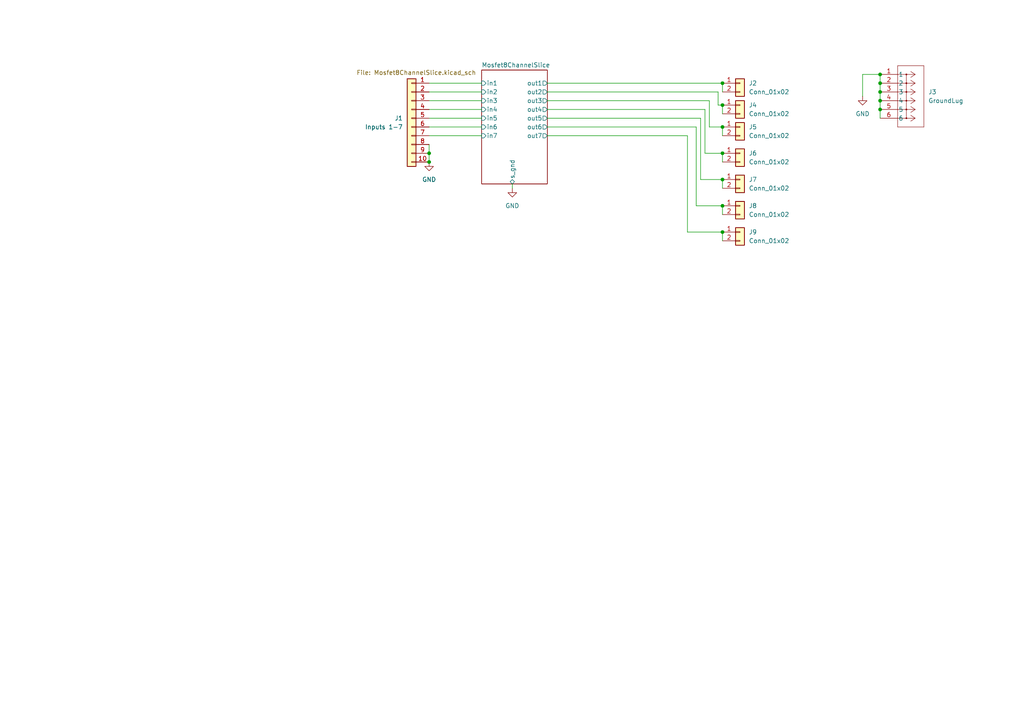
<source format=kicad_sch>
(kicad_sch
	(version 20250114)
	(generator "eeschema")
	(generator_version "9.0")
	(uuid "c071c3dc-fcf2-4a9c-93d2-4680c1b7cb2f")
	(paper "A4")
	(lib_symbols
		(symbol "Connector_Generic:Conn_01x02"
			(pin_names
				(offset 1.016)
				(hide yes)
			)
			(exclude_from_sim no)
			(in_bom yes)
			(on_board yes)
			(property "Reference" "J"
				(at 0 2.54 0)
				(effects
					(font
						(size 1.27 1.27)
					)
				)
			)
			(property "Value" "Conn_01x02"
				(at 0 -5.08 0)
				(effects
					(font
						(size 1.27 1.27)
					)
				)
			)
			(property "Footprint" ""
				(at 0 0 0)
				(effects
					(font
						(size 1.27 1.27)
					)
					(hide yes)
				)
			)
			(property "Datasheet" "~"
				(at 0 0 0)
				(effects
					(font
						(size 1.27 1.27)
					)
					(hide yes)
				)
			)
			(property "Description" "Generic connector, single row, 01x02, script generated (kicad-library-utils/schlib/autogen/connector/)"
				(at 0 0 0)
				(effects
					(font
						(size 1.27 1.27)
					)
					(hide yes)
				)
			)
			(property "ki_keywords" "connector"
				(at 0 0 0)
				(effects
					(font
						(size 1.27 1.27)
					)
					(hide yes)
				)
			)
			(property "ki_fp_filters" "Connector*:*_1x??_*"
				(at 0 0 0)
				(effects
					(font
						(size 1.27 1.27)
					)
					(hide yes)
				)
			)
			(symbol "Conn_01x02_1_1"
				(rectangle
					(start -1.27 1.27)
					(end 1.27 -3.81)
					(stroke
						(width 0.254)
						(type default)
					)
					(fill
						(type background)
					)
				)
				(rectangle
					(start -1.27 0.127)
					(end 0 -0.127)
					(stroke
						(width 0.1524)
						(type default)
					)
					(fill
						(type none)
					)
				)
				(rectangle
					(start -1.27 -2.413)
					(end 0 -2.667)
					(stroke
						(width 0.1524)
						(type default)
					)
					(fill
						(type none)
					)
				)
				(pin passive line
					(at -5.08 0 0)
					(length 3.81)
					(name "Pin_1"
						(effects
							(font
								(size 1.27 1.27)
							)
						)
					)
					(number "1"
						(effects
							(font
								(size 1.27 1.27)
							)
						)
					)
				)
				(pin passive line
					(at -5.08 -2.54 0)
					(length 3.81)
					(name "Pin_2"
						(effects
							(font
								(size 1.27 1.27)
							)
						)
					)
					(number "2"
						(effects
							(font
								(size 1.27 1.27)
							)
						)
					)
				)
			)
			(embedded_fonts no)
		)
		(symbol "Connector_Generic:Conn_01x10"
			(pin_names
				(offset 1.016)
				(hide yes)
			)
			(exclude_from_sim no)
			(in_bom yes)
			(on_board yes)
			(property "Reference" "J"
				(at 0 12.7 0)
				(effects
					(font
						(size 1.27 1.27)
					)
				)
			)
			(property "Value" "Conn_01x10"
				(at 0 -15.24 0)
				(effects
					(font
						(size 1.27 1.27)
					)
				)
			)
			(property "Footprint" ""
				(at 0 0 0)
				(effects
					(font
						(size 1.27 1.27)
					)
					(hide yes)
				)
			)
			(property "Datasheet" "~"
				(at 0 0 0)
				(effects
					(font
						(size 1.27 1.27)
					)
					(hide yes)
				)
			)
			(property "Description" "Generic connector, single row, 01x10, script generated (kicad-library-utils/schlib/autogen/connector/)"
				(at 0 0 0)
				(effects
					(font
						(size 1.27 1.27)
					)
					(hide yes)
				)
			)
			(property "ki_keywords" "connector"
				(at 0 0 0)
				(effects
					(font
						(size 1.27 1.27)
					)
					(hide yes)
				)
			)
			(property "ki_fp_filters" "Connector*:*_1x??_*"
				(at 0 0 0)
				(effects
					(font
						(size 1.27 1.27)
					)
					(hide yes)
				)
			)
			(symbol "Conn_01x10_1_1"
				(rectangle
					(start -1.27 11.43)
					(end 1.27 -13.97)
					(stroke
						(width 0.254)
						(type default)
					)
					(fill
						(type background)
					)
				)
				(rectangle
					(start -1.27 10.287)
					(end 0 10.033)
					(stroke
						(width 0.1524)
						(type default)
					)
					(fill
						(type none)
					)
				)
				(rectangle
					(start -1.27 7.747)
					(end 0 7.493)
					(stroke
						(width 0.1524)
						(type default)
					)
					(fill
						(type none)
					)
				)
				(rectangle
					(start -1.27 5.207)
					(end 0 4.953)
					(stroke
						(width 0.1524)
						(type default)
					)
					(fill
						(type none)
					)
				)
				(rectangle
					(start -1.27 2.667)
					(end 0 2.413)
					(stroke
						(width 0.1524)
						(type default)
					)
					(fill
						(type none)
					)
				)
				(rectangle
					(start -1.27 0.127)
					(end 0 -0.127)
					(stroke
						(width 0.1524)
						(type default)
					)
					(fill
						(type none)
					)
				)
				(rectangle
					(start -1.27 -2.413)
					(end 0 -2.667)
					(stroke
						(width 0.1524)
						(type default)
					)
					(fill
						(type none)
					)
				)
				(rectangle
					(start -1.27 -4.953)
					(end 0 -5.207)
					(stroke
						(width 0.1524)
						(type default)
					)
					(fill
						(type none)
					)
				)
				(rectangle
					(start -1.27 -7.493)
					(end 0 -7.747)
					(stroke
						(width 0.1524)
						(type default)
					)
					(fill
						(type none)
					)
				)
				(rectangle
					(start -1.27 -10.033)
					(end 0 -10.287)
					(stroke
						(width 0.1524)
						(type default)
					)
					(fill
						(type none)
					)
				)
				(rectangle
					(start -1.27 -12.573)
					(end 0 -12.827)
					(stroke
						(width 0.1524)
						(type default)
					)
					(fill
						(type none)
					)
				)
				(pin passive line
					(at -5.08 10.16 0)
					(length 3.81)
					(name "Pin_1"
						(effects
							(font
								(size 1.27 1.27)
							)
						)
					)
					(number "1"
						(effects
							(font
								(size 1.27 1.27)
							)
						)
					)
				)
				(pin passive line
					(at -5.08 7.62 0)
					(length 3.81)
					(name "Pin_2"
						(effects
							(font
								(size 1.27 1.27)
							)
						)
					)
					(number "2"
						(effects
							(font
								(size 1.27 1.27)
							)
						)
					)
				)
				(pin passive line
					(at -5.08 5.08 0)
					(length 3.81)
					(name "Pin_3"
						(effects
							(font
								(size 1.27 1.27)
							)
						)
					)
					(number "3"
						(effects
							(font
								(size 1.27 1.27)
							)
						)
					)
				)
				(pin passive line
					(at -5.08 2.54 0)
					(length 3.81)
					(name "Pin_4"
						(effects
							(font
								(size 1.27 1.27)
							)
						)
					)
					(number "4"
						(effects
							(font
								(size 1.27 1.27)
							)
						)
					)
				)
				(pin passive line
					(at -5.08 0 0)
					(length 3.81)
					(name "Pin_5"
						(effects
							(font
								(size 1.27 1.27)
							)
						)
					)
					(number "5"
						(effects
							(font
								(size 1.27 1.27)
							)
						)
					)
				)
				(pin passive line
					(at -5.08 -2.54 0)
					(length 3.81)
					(name "Pin_6"
						(effects
							(font
								(size 1.27 1.27)
							)
						)
					)
					(number "6"
						(effects
							(font
								(size 1.27 1.27)
							)
						)
					)
				)
				(pin passive line
					(at -5.08 -5.08 0)
					(length 3.81)
					(name "Pin_7"
						(effects
							(font
								(size 1.27 1.27)
							)
						)
					)
					(number "7"
						(effects
							(font
								(size 1.27 1.27)
							)
						)
					)
				)
				(pin passive line
					(at -5.08 -7.62 0)
					(length 3.81)
					(name "Pin_8"
						(effects
							(font
								(size 1.27 1.27)
							)
						)
					)
					(number "8"
						(effects
							(font
								(size 1.27 1.27)
							)
						)
					)
				)
				(pin passive line
					(at -5.08 -10.16 0)
					(length 3.81)
					(name "Pin_9"
						(effects
							(font
								(size 1.27 1.27)
							)
						)
					)
					(number "9"
						(effects
							(font
								(size 1.27 1.27)
							)
						)
					)
				)
				(pin passive line
					(at -5.08 -12.7 0)
					(length 3.81)
					(name "Pin_10"
						(effects
							(font
								(size 1.27 1.27)
							)
						)
					)
					(number "10"
						(effects
							(font
								(size 1.27 1.27)
							)
						)
					)
				)
			)
			(embedded_fonts no)
		)
		(symbol "UL 8199:8199"
			(pin_names
				(offset 0.254)
			)
			(exclude_from_sim no)
			(in_bom yes)
			(on_board yes)
			(property "Reference" "J"
				(at 8.89 6.35 0)
				(effects
					(font
						(size 1.524 1.524)
					)
				)
			)
			(property "Value" "8199"
				(at 0 0 0)
				(effects
					(font
						(size 1.524 1.524)
					)
				)
			)
			(property "Footprint" "CONN_8199_KEY"
				(at 0 0 0)
				(effects
					(font
						(size 1.27 1.27)
						(italic yes)
					)
					(hide yes)
				)
			)
			(property "Datasheet" "8199"
				(at 0 0 0)
				(effects
					(font
						(size 1.27 1.27)
						(italic yes)
					)
					(hide yes)
				)
			)
			(property "Description" ""
				(at 0 0 0)
				(effects
					(font
						(size 1.27 1.27)
					)
					(hide yes)
				)
			)
			(property "ki_locked" ""
				(at 0 0 0)
				(effects
					(font
						(size 1.27 1.27)
					)
				)
			)
			(property "ki_keywords" "8199"
				(at 0 0 0)
				(effects
					(font
						(size 1.27 1.27)
					)
					(hide yes)
				)
			)
			(property "ki_fp_filters" "CONN_8199_KEY"
				(at 0 0 0)
				(effects
					(font
						(size 1.27 1.27)
					)
					(hide yes)
				)
			)
			(symbol "8199_1_1"
				(polyline
					(pts
						(xy 5.08 2.54) (xy 5.08 -15.24)
					)
					(stroke
						(width 0.127)
						(type default)
					)
					(fill
						(type none)
					)
				)
				(polyline
					(pts
						(xy 5.08 -15.24) (xy 12.7 -15.24)
					)
					(stroke
						(width 0.127)
						(type default)
					)
					(fill
						(type none)
					)
				)
				(polyline
					(pts
						(xy 7.62 0) (xy 7.62 -12.7)
					)
					(stroke
						(width 0.127)
						(type default)
					)
					(fill
						(type none)
					)
				)
				(circle
					(center 7.62 0)
					(radius 0.127)
					(stroke
						(width 0.254)
						(type default)
					)
					(fill
						(type none)
					)
				)
				(circle
					(center 7.62 -2.54)
					(radius 0.127)
					(stroke
						(width 0.254)
						(type default)
					)
					(fill
						(type none)
					)
				)
				(circle
					(center 7.62 -5.08)
					(radius 0.127)
					(stroke
						(width 0.254)
						(type default)
					)
					(fill
						(type none)
					)
				)
				(circle
					(center 7.62 -7.62)
					(radius 0.127)
					(stroke
						(width 0.254)
						(type default)
					)
					(fill
						(type none)
					)
				)
				(circle
					(center 7.62 -10.16)
					(radius 0.127)
					(stroke
						(width 0.254)
						(type default)
					)
					(fill
						(type none)
					)
				)
				(circle
					(center 7.62 -12.7)
					(radius 0.127)
					(stroke
						(width 0.254)
						(type default)
					)
					(fill
						(type none)
					)
				)
				(polyline
					(pts
						(xy 10.16 0) (xy 5.08 0)
					)
					(stroke
						(width 0.127)
						(type default)
					)
					(fill
						(type none)
					)
				)
				(polyline
					(pts
						(xy 10.16 0) (xy 8.89 0.8467)
					)
					(stroke
						(width 0.127)
						(type default)
					)
					(fill
						(type none)
					)
				)
				(polyline
					(pts
						(xy 10.16 0) (xy 8.89 -0.8467)
					)
					(stroke
						(width 0.127)
						(type default)
					)
					(fill
						(type none)
					)
				)
				(polyline
					(pts
						(xy 10.16 -2.54) (xy 5.08 -2.54)
					)
					(stroke
						(width 0.127)
						(type default)
					)
					(fill
						(type none)
					)
				)
				(polyline
					(pts
						(xy 10.16 -2.54) (xy 8.89 -1.6933)
					)
					(stroke
						(width 0.127)
						(type default)
					)
					(fill
						(type none)
					)
				)
				(polyline
					(pts
						(xy 10.16 -2.54) (xy 8.89 -3.3867)
					)
					(stroke
						(width 0.127)
						(type default)
					)
					(fill
						(type none)
					)
				)
				(polyline
					(pts
						(xy 10.16 -5.08) (xy 5.08 -5.08)
					)
					(stroke
						(width 0.127)
						(type default)
					)
					(fill
						(type none)
					)
				)
				(polyline
					(pts
						(xy 10.16 -5.08) (xy 8.89 -4.2333)
					)
					(stroke
						(width 0.127)
						(type default)
					)
					(fill
						(type none)
					)
				)
				(polyline
					(pts
						(xy 10.16 -5.08) (xy 8.89 -5.9267)
					)
					(stroke
						(width 0.127)
						(type default)
					)
					(fill
						(type none)
					)
				)
				(polyline
					(pts
						(xy 10.16 -7.62) (xy 5.08 -7.62)
					)
					(stroke
						(width 0.127)
						(type default)
					)
					(fill
						(type none)
					)
				)
				(polyline
					(pts
						(xy 10.16 -7.62) (xy 8.89 -6.7733)
					)
					(stroke
						(width 0.127)
						(type default)
					)
					(fill
						(type none)
					)
				)
				(polyline
					(pts
						(xy 10.16 -7.62) (xy 8.89 -8.4667)
					)
					(stroke
						(width 0.127)
						(type default)
					)
					(fill
						(type none)
					)
				)
				(polyline
					(pts
						(xy 10.16 -10.16) (xy 5.08 -10.16)
					)
					(stroke
						(width 0.127)
						(type default)
					)
					(fill
						(type none)
					)
				)
				(polyline
					(pts
						(xy 10.16 -10.16) (xy 8.89 -9.3133)
					)
					(stroke
						(width 0.127)
						(type default)
					)
					(fill
						(type none)
					)
				)
				(polyline
					(pts
						(xy 10.16 -10.16) (xy 8.89 -11.0067)
					)
					(stroke
						(width 0.127)
						(type default)
					)
					(fill
						(type none)
					)
				)
				(polyline
					(pts
						(xy 10.16 -12.7) (xy 5.08 -12.7)
					)
					(stroke
						(width 0.127)
						(type default)
					)
					(fill
						(type none)
					)
				)
				(polyline
					(pts
						(xy 10.16 -12.7) (xy 8.89 -11.8533)
					)
					(stroke
						(width 0.127)
						(type default)
					)
					(fill
						(type none)
					)
				)
				(polyline
					(pts
						(xy 10.16 -12.7) (xy 8.89 -13.5467)
					)
					(stroke
						(width 0.127)
						(type default)
					)
					(fill
						(type none)
					)
				)
				(polyline
					(pts
						(xy 12.7 2.54) (xy 5.08 2.54)
					)
					(stroke
						(width 0.127)
						(type default)
					)
					(fill
						(type none)
					)
				)
				(polyline
					(pts
						(xy 12.7 -15.24) (xy 12.7 2.54)
					)
					(stroke
						(width 0.127)
						(type default)
					)
					(fill
						(type none)
					)
				)
				(pin unspecified line
					(at 0 0 0)
					(length 5.08)
					(name "1"
						(effects
							(font
								(size 1.27 1.27)
							)
						)
					)
					(number "1"
						(effects
							(font
								(size 1.27 1.27)
							)
						)
					)
				)
				(pin unspecified line
					(at 0 -2.54 0)
					(length 5.08)
					(name "2"
						(effects
							(font
								(size 1.27 1.27)
							)
						)
					)
					(number "2"
						(effects
							(font
								(size 1.27 1.27)
							)
						)
					)
				)
				(pin unspecified line
					(at 0 -5.08 0)
					(length 5.08)
					(name "3"
						(effects
							(font
								(size 1.27 1.27)
							)
						)
					)
					(number "3"
						(effects
							(font
								(size 1.27 1.27)
							)
						)
					)
				)
				(pin unspecified line
					(at 0 -7.62 0)
					(length 5.08)
					(name "4"
						(effects
							(font
								(size 1.27 1.27)
							)
						)
					)
					(number "4"
						(effects
							(font
								(size 1.27 1.27)
							)
						)
					)
				)
				(pin unspecified line
					(at 0 -10.16 0)
					(length 5.08)
					(name "5"
						(effects
							(font
								(size 1.27 1.27)
							)
						)
					)
					(number "5"
						(effects
							(font
								(size 1.27 1.27)
							)
						)
					)
				)
				(pin unspecified line
					(at 0 -12.7 0)
					(length 5.08)
					(name "6"
						(effects
							(font
								(size 1.27 1.27)
							)
						)
					)
					(number "6"
						(effects
							(font
								(size 1.27 1.27)
							)
						)
					)
				)
			)
			(symbol "8199_1_2"
				(polyline
					(pts
						(xy 5.08 2.54) (xy 5.08 -15.24)
					)
					(stroke
						(width 0.127)
						(type default)
					)
					(fill
						(type none)
					)
				)
				(polyline
					(pts
						(xy 5.08 -15.24) (xy 12.7 -15.24)
					)
					(stroke
						(width 0.127)
						(type default)
					)
					(fill
						(type none)
					)
				)
				(polyline
					(pts
						(xy 6.35 0) (xy 6.35 -12.7)
					)
					(stroke
						(width 0.127)
						(type default)
					)
					(fill
						(type none)
					)
				)
				(circle
					(center 6.35 0)
					(radius 0.127)
					(stroke
						(width 0.254)
						(type default)
					)
					(fill
						(type none)
					)
				)
				(circle
					(center 6.35 -2.54)
					(radius 0.127)
					(stroke
						(width 0.254)
						(type default)
					)
					(fill
						(type none)
					)
				)
				(circle
					(center 6.35 -5.08)
					(radius 0.127)
					(stroke
						(width 0.254)
						(type default)
					)
					(fill
						(type none)
					)
				)
				(circle
					(center 6.35 -7.62)
					(radius 0.127)
					(stroke
						(width 0.254)
						(type default)
					)
					(fill
						(type none)
					)
				)
				(circle
					(center 6.35 -10.16)
					(radius 0.127)
					(stroke
						(width 0.254)
						(type default)
					)
					(fill
						(type none)
					)
				)
				(circle
					(center 6.35 -12.7)
					(radius 0.127)
					(stroke
						(width 0.254)
						(type default)
					)
					(fill
						(type none)
					)
				)
				(polyline
					(pts
						(xy 7.62 0) (xy 5.08 0)
					)
					(stroke
						(width 0.127)
						(type default)
					)
					(fill
						(type none)
					)
				)
				(polyline
					(pts
						(xy 7.62 0) (xy 8.89 0.8467)
					)
					(stroke
						(width 0.127)
						(type default)
					)
					(fill
						(type none)
					)
				)
				(polyline
					(pts
						(xy 7.62 0) (xy 8.89 -0.8467)
					)
					(stroke
						(width 0.127)
						(type default)
					)
					(fill
						(type none)
					)
				)
				(polyline
					(pts
						(xy 7.62 -2.54) (xy 5.08 -2.54)
					)
					(stroke
						(width 0.127)
						(type default)
					)
					(fill
						(type none)
					)
				)
				(polyline
					(pts
						(xy 7.62 -2.54) (xy 8.89 -1.6933)
					)
					(stroke
						(width 0.127)
						(type default)
					)
					(fill
						(type none)
					)
				)
				(polyline
					(pts
						(xy 7.62 -2.54) (xy 8.89 -3.3867)
					)
					(stroke
						(width 0.127)
						(type default)
					)
					(fill
						(type none)
					)
				)
				(polyline
					(pts
						(xy 7.62 -5.08) (xy 5.08 -5.08)
					)
					(stroke
						(width 0.127)
						(type default)
					)
					(fill
						(type none)
					)
				)
				(polyline
					(pts
						(xy 7.62 -5.08) (xy 8.89 -4.2333)
					)
					(stroke
						(width 0.127)
						(type default)
					)
					(fill
						(type none)
					)
				)
				(polyline
					(pts
						(xy 7.62 -5.08) (xy 8.89 -5.9267)
					)
					(stroke
						(width 0.127)
						(type default)
					)
					(fill
						(type none)
					)
				)
				(polyline
					(pts
						(xy 7.62 -7.62) (xy 5.08 -7.62)
					)
					(stroke
						(width 0.127)
						(type default)
					)
					(fill
						(type none)
					)
				)
				(polyline
					(pts
						(xy 7.62 -7.62) (xy 8.89 -6.7733)
					)
					(stroke
						(width 0.127)
						(type default)
					)
					(fill
						(type none)
					)
				)
				(polyline
					(pts
						(xy 7.62 -7.62) (xy 8.89 -8.4667)
					)
					(stroke
						(width 0.127)
						(type default)
					)
					(fill
						(type none)
					)
				)
				(polyline
					(pts
						(xy 7.62 -10.16) (xy 5.08 -10.16)
					)
					(stroke
						(width 0.127)
						(type default)
					)
					(fill
						(type none)
					)
				)
				(polyline
					(pts
						(xy 7.62 -10.16) (xy 8.89 -9.3133)
					)
					(stroke
						(width 0.127)
						(type default)
					)
					(fill
						(type none)
					)
				)
				(polyline
					(pts
						(xy 7.62 -10.16) (xy 8.89 -11.0067)
					)
					(stroke
						(width 0.127)
						(type default)
					)
					(fill
						(type none)
					)
				)
				(polyline
					(pts
						(xy 7.62 -12.7) (xy 5.08 -12.7)
					)
					(stroke
						(width 0.127)
						(type default)
					)
					(fill
						(type none)
					)
				)
				(polyline
					(pts
						(xy 7.62 -12.7) (xy 8.89 -11.8533)
					)
					(stroke
						(width 0.127)
						(type default)
					)
					(fill
						(type none)
					)
				)
				(polyline
					(pts
						(xy 7.62 -12.7) (xy 8.89 -13.5467)
					)
					(stroke
						(width 0.127)
						(type default)
					)
					(fill
						(type none)
					)
				)
				(polyline
					(pts
						(xy 12.7 2.54) (xy 5.08 2.54)
					)
					(stroke
						(width 0.127)
						(type default)
					)
					(fill
						(type none)
					)
				)
				(polyline
					(pts
						(xy 12.7 -15.24) (xy 12.7 2.54)
					)
					(stroke
						(width 0.127)
						(type default)
					)
					(fill
						(type none)
					)
				)
				(pin unspecified line
					(at 0 0 0)
					(length 5.08)
					(name "1"
						(effects
							(font
								(size 1.27 1.27)
							)
						)
					)
					(number "1"
						(effects
							(font
								(size 1.27 1.27)
							)
						)
					)
				)
				(pin unspecified line
					(at 0 -2.54 0)
					(length 5.08)
					(name "2"
						(effects
							(font
								(size 1.27 1.27)
							)
						)
					)
					(number "2"
						(effects
							(font
								(size 1.27 1.27)
							)
						)
					)
				)
				(pin unspecified line
					(at 0 -5.08 0)
					(length 5.08)
					(name "3"
						(effects
							(font
								(size 1.27 1.27)
							)
						)
					)
					(number "3"
						(effects
							(font
								(size 1.27 1.27)
							)
						)
					)
				)
				(pin unspecified line
					(at 0 -7.62 0)
					(length 5.08)
					(name "4"
						(effects
							(font
								(size 1.27 1.27)
							)
						)
					)
					(number "4"
						(effects
							(font
								(size 1.27 1.27)
							)
						)
					)
				)
				(pin unspecified line
					(at 0 -10.16 0)
					(length 5.08)
					(name "5"
						(effects
							(font
								(size 1.27 1.27)
							)
						)
					)
					(number "5"
						(effects
							(font
								(size 1.27 1.27)
							)
						)
					)
				)
				(pin unspecified line
					(at 0 -12.7 0)
					(length 5.08)
					(name "6"
						(effects
							(font
								(size 1.27 1.27)
							)
						)
					)
					(number "6"
						(effects
							(font
								(size 1.27 1.27)
							)
						)
					)
				)
			)
			(embedded_fonts no)
		)
		(symbol "power:GND"
			(power)
			(pin_numbers
				(hide yes)
			)
			(pin_names
				(offset 0)
				(hide yes)
			)
			(exclude_from_sim no)
			(in_bom yes)
			(on_board yes)
			(property "Reference" "#PWR"
				(at 0 -6.35 0)
				(effects
					(font
						(size 1.27 1.27)
					)
					(hide yes)
				)
			)
			(property "Value" "GND"
				(at 0 -3.81 0)
				(effects
					(font
						(size 1.27 1.27)
					)
				)
			)
			(property "Footprint" ""
				(at 0 0 0)
				(effects
					(font
						(size 1.27 1.27)
					)
					(hide yes)
				)
			)
			(property "Datasheet" ""
				(at 0 0 0)
				(effects
					(font
						(size 1.27 1.27)
					)
					(hide yes)
				)
			)
			(property "Description" "Power symbol creates a global label with name \"GND\" , ground"
				(at 0 0 0)
				(effects
					(font
						(size 1.27 1.27)
					)
					(hide yes)
				)
			)
			(property "ki_keywords" "global power"
				(at 0 0 0)
				(effects
					(font
						(size 1.27 1.27)
					)
					(hide yes)
				)
			)
			(symbol "GND_0_1"
				(polyline
					(pts
						(xy 0 0) (xy 0 -1.27) (xy 1.27 -1.27) (xy 0 -2.54) (xy -1.27 -1.27) (xy 0 -1.27)
					)
					(stroke
						(width 0)
						(type default)
					)
					(fill
						(type none)
					)
				)
			)
			(symbol "GND_1_1"
				(pin power_in line
					(at 0 0 270)
					(length 0)
					(name "~"
						(effects
							(font
								(size 1.27 1.27)
							)
						)
					)
					(number "1"
						(effects
							(font
								(size 1.27 1.27)
							)
						)
					)
				)
			)
			(embedded_fonts no)
		)
	)
	(junction
		(at 209.55 30.48)
		(diameter 0)
		(color 0 0 0 0)
		(uuid "19bd3c3a-f019-4bbf-badd-86c8dc7ff8c1")
	)
	(junction
		(at 209.55 59.69)
		(diameter 0)
		(color 0 0 0 0)
		(uuid "2c3ec200-e636-4a4e-b402-f0c0727b74f1")
	)
	(junction
		(at 209.55 36.83)
		(diameter 0)
		(color 0 0 0 0)
		(uuid "2f01f4d4-966b-49c2-be7b-7ba023ad81af")
	)
	(junction
		(at 124.46 46.99)
		(diameter 0)
		(color 0 0 0 0)
		(uuid "702817c5-cbb2-4dcb-95f9-0b3fb292856d")
	)
	(junction
		(at 209.55 44.45)
		(diameter 0)
		(color 0 0 0 0)
		(uuid "aa249fa3-79bd-49f4-bdc2-3186095458df")
	)
	(junction
		(at 255.27 29.21)
		(diameter 0)
		(color 0 0 0 0)
		(uuid "bccbe69d-8968-4ef6-b369-d4a45af6c758")
	)
	(junction
		(at 255.27 21.59)
		(diameter 0)
		(color 0 0 0 0)
		(uuid "c06bbbbf-d3f4-472c-92a5-73ba556d29e6")
	)
	(junction
		(at 124.46 44.45)
		(diameter 0)
		(color 0 0 0 0)
		(uuid "c91ffc98-e75f-4a27-8a1e-d5cbb57710c8")
	)
	(junction
		(at 209.55 52.07)
		(diameter 0)
		(color 0 0 0 0)
		(uuid "ca662585-3484-427c-977c-daada07fefcd")
	)
	(junction
		(at 209.55 24.13)
		(diameter 0)
		(color 0 0 0 0)
		(uuid "d0f04a74-6e10-4e9a-bff8-69114164ad92")
	)
	(junction
		(at 255.27 24.13)
		(diameter 0)
		(color 0 0 0 0)
		(uuid "e3b58d7f-9fe2-4e06-abb3-d3c385c8bbb8")
	)
	(junction
		(at 209.55 67.31)
		(diameter 0)
		(color 0 0 0 0)
		(uuid "f29f239b-f76a-4d74-ac9d-b7abed265e5d")
	)
	(junction
		(at 255.27 31.75)
		(diameter 0)
		(color 0 0 0 0)
		(uuid "f8e19372-a6aa-4579-9c44-b621fcb5de9d")
	)
	(junction
		(at 255.27 26.67)
		(diameter 0)
		(color 0 0 0 0)
		(uuid "f9843a5b-56f2-4d3d-9b99-8a86cb76def7")
	)
	(wire
		(pts
			(xy 124.46 44.45) (xy 124.46 46.99)
		)
		(stroke
			(width 0)
			(type default)
		)
		(uuid "0912bc89-c11c-4423-9278-109db94be342")
	)
	(wire
		(pts
			(xy 158.75 39.37) (xy 199.39 39.37)
		)
		(stroke
			(width 0)
			(type default)
		)
		(uuid "123c8276-7e6f-40d6-9c2c-0e316f309b4d")
	)
	(wire
		(pts
			(xy 209.55 67.31) (xy 209.55 69.85)
		)
		(stroke
			(width 0)
			(type default)
		)
		(uuid "17586566-b65b-4599-9aae-c00c4af7163b")
	)
	(wire
		(pts
			(xy 204.47 31.75) (xy 204.47 44.45)
		)
		(stroke
			(width 0)
			(type default)
		)
		(uuid "18fd135a-6f00-4c36-b2c8-9d2ea4aa163a")
	)
	(wire
		(pts
			(xy 124.46 26.67) (xy 139.7 26.67)
		)
		(stroke
			(width 0)
			(type default)
		)
		(uuid "1c429e89-3e44-496d-a33a-0ebb19ca749b")
	)
	(wire
		(pts
			(xy 203.2 52.07) (xy 209.55 52.07)
		)
		(stroke
			(width 0)
			(type default)
		)
		(uuid "21234ee9-da60-4a6e-8ea0-10d418b8d705")
	)
	(wire
		(pts
			(xy 209.55 44.45) (xy 209.55 46.99)
		)
		(stroke
			(width 0)
			(type default)
		)
		(uuid "3296a558-1881-47ad-b966-201a1142a33f")
	)
	(wire
		(pts
			(xy 158.75 29.21) (xy 205.74 29.21)
		)
		(stroke
			(width 0)
			(type default)
		)
		(uuid "3559fd91-5dd8-4f7d-8713-45f14166a175")
	)
	(wire
		(pts
			(xy 209.55 24.13) (xy 209.55 26.67)
		)
		(stroke
			(width 0)
			(type default)
		)
		(uuid "363b2d96-c0bf-455c-b5fb-58ccfe9e9549")
	)
	(wire
		(pts
			(xy 124.46 41.91) (xy 124.46 44.45)
		)
		(stroke
			(width 0)
			(type default)
		)
		(uuid "3e008011-492e-498a-be88-0e1c1a59065f")
	)
	(wire
		(pts
			(xy 158.75 36.83) (xy 201.93 36.83)
		)
		(stroke
			(width 0)
			(type default)
		)
		(uuid "429e3f13-85cf-444b-8e8f-d0d6d3bd0666")
	)
	(wire
		(pts
			(xy 209.55 39.37) (xy 209.55 36.83)
		)
		(stroke
			(width 0)
			(type default)
		)
		(uuid "44f858ab-b7f2-4588-806d-844eac8ac91b")
	)
	(wire
		(pts
			(xy 201.93 59.69) (xy 209.55 59.69)
		)
		(stroke
			(width 0)
			(type default)
		)
		(uuid "49c87c15-99cf-4ab4-90dc-60d937ea9cb8")
	)
	(wire
		(pts
			(xy 158.75 26.67) (xy 208.28 26.67)
		)
		(stroke
			(width 0)
			(type default)
		)
		(uuid "51e2a05c-3ab1-4ece-9a72-bd4a78e8c7e6")
	)
	(wire
		(pts
			(xy 250.19 21.59) (xy 250.19 27.94)
		)
		(stroke
			(width 0)
			(type default)
		)
		(uuid "5200edc5-0fc6-4905-9a0f-49fb7f6c4499")
	)
	(wire
		(pts
			(xy 124.46 31.75) (xy 139.7 31.75)
		)
		(stroke
			(width 0)
			(type default)
		)
		(uuid "52a978a0-a25a-48b0-b49c-1f3d21f51c8f")
	)
	(wire
		(pts
			(xy 124.46 34.29) (xy 139.7 34.29)
		)
		(stroke
			(width 0)
			(type default)
		)
		(uuid "6390da54-9744-4a48-8af0-edbe293c46a9")
	)
	(wire
		(pts
			(xy 124.46 24.13) (xy 139.7 24.13)
		)
		(stroke
			(width 0)
			(type default)
		)
		(uuid "67039cc9-a42a-4ae9-8be9-bf930408f294")
	)
	(wire
		(pts
			(xy 209.55 52.07) (xy 209.55 54.61)
		)
		(stroke
			(width 0)
			(type default)
		)
		(uuid "671e8c2a-c937-49bd-990f-e6f6460a9316")
	)
	(wire
		(pts
			(xy 201.93 36.83) (xy 201.93 59.69)
		)
		(stroke
			(width 0)
			(type default)
		)
		(uuid "774ddc43-a3cd-47a4-a84d-02f48b90f2b5")
	)
	(wire
		(pts
			(xy 203.2 34.29) (xy 203.2 52.07)
		)
		(stroke
			(width 0)
			(type default)
		)
		(uuid "7c47f909-cf32-4e35-9355-d94b6a01bcc4")
	)
	(wire
		(pts
			(xy 199.39 67.31) (xy 209.55 67.31)
		)
		(stroke
			(width 0)
			(type default)
		)
		(uuid "7f4c182b-565e-4420-859e-86a6949b0d51")
	)
	(wire
		(pts
			(xy 250.19 21.59) (xy 255.27 21.59)
		)
		(stroke
			(width 0)
			(type default)
		)
		(uuid "89695833-e145-463b-94e7-4611e5f92a85")
	)
	(wire
		(pts
			(xy 204.47 44.45) (xy 209.55 44.45)
		)
		(stroke
			(width 0)
			(type default)
		)
		(uuid "8afba541-1cfb-4509-9458-347a0f97901b")
	)
	(wire
		(pts
			(xy 158.75 34.29) (xy 203.2 34.29)
		)
		(stroke
			(width 0)
			(type default)
		)
		(uuid "91274fa9-0705-4eb7-9cc0-e84cd9ebe567")
	)
	(wire
		(pts
			(xy 209.55 30.48) (xy 209.55 33.02)
		)
		(stroke
			(width 0)
			(type default)
		)
		(uuid "96148d62-d97f-4e77-a55a-e9327ad5536a")
	)
	(wire
		(pts
			(xy 158.75 24.13) (xy 209.55 24.13)
		)
		(stroke
			(width 0)
			(type default)
		)
		(uuid "a13aabad-178b-4e3f-8fde-285fa26b7264")
	)
	(wire
		(pts
			(xy 208.28 26.67) (xy 208.28 30.48)
		)
		(stroke
			(width 0)
			(type default)
		)
		(uuid "a2b20c1d-bfa8-4101-bd1a-6b9a859835fc")
	)
	(wire
		(pts
			(xy 208.28 30.48) (xy 209.55 30.48)
		)
		(stroke
			(width 0)
			(type default)
		)
		(uuid "a5d5e773-a1ed-4f1a-b36f-fa3efc99351d")
	)
	(wire
		(pts
			(xy 255.27 31.75) (xy 255.27 34.29)
		)
		(stroke
			(width 0)
			(type default)
		)
		(uuid "cabc2e38-23af-48fe-aa63-b0faf468c95f")
	)
	(wire
		(pts
			(xy 158.75 31.75) (xy 204.47 31.75)
		)
		(stroke
			(width 0)
			(type default)
		)
		(uuid "cad8c01a-4d22-4190-ad3f-d364a0cc5eca")
	)
	(wire
		(pts
			(xy 124.46 29.21) (xy 139.7 29.21)
		)
		(stroke
			(width 0)
			(type default)
		)
		(uuid "cb950e41-61b9-4e0c-a943-f58ec9f78ba1")
	)
	(wire
		(pts
			(xy 209.55 36.83) (xy 205.74 36.83)
		)
		(stroke
			(width 0)
			(type default)
		)
		(uuid "d0c06aeb-8f04-4802-845c-03e27fa4bad3")
	)
	(wire
		(pts
			(xy 205.74 36.83) (xy 205.74 29.21)
		)
		(stroke
			(width 0)
			(type default)
		)
		(uuid "d326276e-9d2d-42bf-9c12-5986172e57fb")
	)
	(wire
		(pts
			(xy 255.27 24.13) (xy 255.27 26.67)
		)
		(stroke
			(width 0)
			(type default)
		)
		(uuid "d5a6f44b-c2cd-4395-bcb5-5934a4a9074c")
	)
	(wire
		(pts
			(xy 255.27 21.59) (xy 255.27 24.13)
		)
		(stroke
			(width 0)
			(type default)
		)
		(uuid "d7d6053a-2bee-49e4-978f-c8863597b23e")
	)
	(wire
		(pts
			(xy 199.39 39.37) (xy 199.39 67.31)
		)
		(stroke
			(width 0)
			(type default)
		)
		(uuid "e9baaab9-25bd-4618-b3ca-562f9abbcffd")
	)
	(wire
		(pts
			(xy 209.55 59.69) (xy 209.55 62.23)
		)
		(stroke
			(width 0)
			(type default)
		)
		(uuid "f584a2a6-8e18-4965-9bbc-793aa4b85849")
	)
	(wire
		(pts
			(xy 124.46 39.37) (xy 139.7 39.37)
		)
		(stroke
			(width 0)
			(type default)
		)
		(uuid "f7dd6aa3-8080-4b93-8b11-e0e8b79a325e")
	)
	(wire
		(pts
			(xy 148.59 54.61) (xy 148.59 53.34)
		)
		(stroke
			(width 0)
			(type default)
		)
		(uuid "fa814254-f374-40ce-afe1-b3c1371008be")
	)
	(wire
		(pts
			(xy 124.46 36.83) (xy 139.7 36.83)
		)
		(stroke
			(width 0)
			(type default)
		)
		(uuid "fadf4c0c-f46d-46bb-93bc-e5f8849c874b")
	)
	(wire
		(pts
			(xy 255.27 29.21) (xy 255.27 31.75)
		)
		(stroke
			(width 0)
			(type default)
		)
		(uuid "fccb3b50-f9da-44e9-ba3f-92e3319f972e")
	)
	(wire
		(pts
			(xy 255.27 26.67) (xy 255.27 29.21)
		)
		(stroke
			(width 0)
			(type default)
		)
		(uuid "fcd23838-7fdd-4e27-93c9-e27e53fe76b1")
	)
	(symbol
		(lib_id "power:GND")
		(at 148.59 54.61 0)
		(unit 1)
		(exclude_from_sim no)
		(in_bom yes)
		(on_board yes)
		(dnp no)
		(fields_autoplaced yes)
		(uuid "000e40d4-c220-4ed0-805d-6173a388389d")
		(property "Reference" "#PWR02"
			(at 148.59 60.96 0)
			(effects
				(font
					(size 1.27 1.27)
				)
				(hide yes)
			)
		)
		(property "Value" "GND"
			(at 148.59 59.69 0)
			(effects
				(font
					(size 1.27 1.27)
				)
			)
		)
		(property "Footprint" ""
			(at 148.59 54.61 0)
			(effects
				(font
					(size 1.27 1.27)
				)
				(hide yes)
			)
		)
		(property "Datasheet" ""
			(at 148.59 54.61 0)
			(effects
				(font
					(size 1.27 1.27)
				)
				(hide yes)
			)
		)
		(property "Description" "Power symbol creates a global label with name \"GND\" , ground"
			(at 148.59 54.61 0)
			(effects
				(font
					(size 1.27 1.27)
				)
				(hide yes)
			)
		)
		(pin "1"
			(uuid "e1ee4c9d-d256-43d1-9a1c-60ebe637cb90")
		)
		(instances
			(project "OrganMosfetArray"
				(path "/c071c3dc-fcf2-4a9c-93d2-4680c1b7cb2f"
					(reference "#PWR02")
					(unit 1)
				)
			)
		)
	)
	(symbol
		(lib_id "power:GND")
		(at 124.46 46.99 0)
		(unit 1)
		(exclude_from_sim no)
		(in_bom yes)
		(on_board yes)
		(dnp no)
		(fields_autoplaced yes)
		(uuid "135e8b77-e436-4f71-ba70-396afcf7d458")
		(property "Reference" "#PWR01"
			(at 124.46 53.34 0)
			(effects
				(font
					(size 1.27 1.27)
				)
				(hide yes)
			)
		)
		(property "Value" "GND"
			(at 124.46 52.07 0)
			(effects
				(font
					(size 1.27 1.27)
				)
			)
		)
		(property "Footprint" ""
			(at 124.46 46.99 0)
			(effects
				(font
					(size 1.27 1.27)
				)
				(hide yes)
			)
		)
		(property "Datasheet" ""
			(at 124.46 46.99 0)
			(effects
				(font
					(size 1.27 1.27)
				)
				(hide yes)
			)
		)
		(property "Description" "Power symbol creates a global label with name \"GND\" , ground"
			(at 124.46 46.99 0)
			(effects
				(font
					(size 1.27 1.27)
				)
				(hide yes)
			)
		)
		(pin "1"
			(uuid "6e54fe00-7ed1-4820-b869-eb5b5f5d79db")
		)
		(instances
			(project "OrganMosfetArrayChimes"
				(path "/c071c3dc-fcf2-4a9c-93d2-4680c1b7cb2f"
					(reference "#PWR01")
					(unit 1)
				)
			)
		)
	)
	(symbol
		(lib_id "Connector_Generic:Conn_01x02")
		(at 214.63 30.48 0)
		(unit 1)
		(exclude_from_sim no)
		(in_bom yes)
		(on_board yes)
		(dnp no)
		(fields_autoplaced yes)
		(uuid "1b05e7f5-0db6-4c8e-91e8-f849b7d4e659")
		(property "Reference" "J4"
			(at 217.17 30.4799 0)
			(effects
				(font
					(size 1.27 1.27)
				)
				(justify left)
			)
		)
		(property "Value" "Conn_01x02"
			(at 217.17 33.0199 0)
			(effects
				(font
					(size 1.27 1.27)
				)
				(justify left)
			)
		)
		(property "Footprint" "Connector_PinHeader_2.54mm:PinHeader_1x02_P2.54mm_Vertical"
			(at 214.63 30.48 0)
			(effects
				(font
					(size 1.27 1.27)
				)
				(hide yes)
			)
		)
		(property "Datasheet" "~"
			(at 214.63 30.48 0)
			(effects
				(font
					(size 1.27 1.27)
				)
				(hide yes)
			)
		)
		(property "Description" "Generic connector, single row, 01x02, script generated (kicad-library-utils/schlib/autogen/connector/)"
			(at 214.63 30.48 0)
			(effects
				(font
					(size 1.27 1.27)
				)
				(hide yes)
			)
		)
		(pin "2"
			(uuid "8b877938-0b57-4b48-b86a-9745977d32e2")
		)
		(pin "1"
			(uuid "f0141f77-f7ee-4f4c-b520-30765253c4d2")
		)
		(instances
			(project "OrganMosfetArrayChimes"
				(path "/c071c3dc-fcf2-4a9c-93d2-4680c1b7cb2f"
					(reference "J4")
					(unit 1)
				)
			)
		)
	)
	(symbol
		(lib_id "Connector_Generic:Conn_01x02")
		(at 214.63 24.13 0)
		(unit 1)
		(exclude_from_sim no)
		(in_bom yes)
		(on_board yes)
		(dnp no)
		(fields_autoplaced yes)
		(uuid "6737ac52-4502-4629-8f08-b4498399ba9d")
		(property "Reference" "J2"
			(at 217.17 24.1299 0)
			(effects
				(font
					(size 1.27 1.27)
				)
				(justify left)
			)
		)
		(property "Value" "Conn_01x02"
			(at 217.17 26.6699 0)
			(effects
				(font
					(size 1.27 1.27)
				)
				(justify left)
			)
		)
		(property "Footprint" "Connector_PinHeader_2.54mm:PinHeader_1x02_P2.54mm_Vertical"
			(at 214.63 24.13 0)
			(effects
				(font
					(size 1.27 1.27)
				)
				(hide yes)
			)
		)
		(property "Datasheet" "~"
			(at 214.63 24.13 0)
			(effects
				(font
					(size 1.27 1.27)
				)
				(hide yes)
			)
		)
		(property "Description" "Generic connector, single row, 01x02, script generated (kicad-library-utils/schlib/autogen/connector/)"
			(at 214.63 24.13 0)
			(effects
				(font
					(size 1.27 1.27)
				)
				(hide yes)
			)
		)
		(pin "2"
			(uuid "21ed6cd9-5a3f-4510-8c54-beafa7110d77")
		)
		(pin "1"
			(uuid "38260d6b-4920-448e-9e15-66523bf771e9")
		)
		(instances
			(project ""
				(path "/c071c3dc-fcf2-4a9c-93d2-4680c1b7cb2f"
					(reference "J2")
					(unit 1)
				)
			)
		)
	)
	(symbol
		(lib_id "Connector_Generic:Conn_01x02")
		(at 214.63 36.83 0)
		(unit 1)
		(exclude_from_sim no)
		(in_bom yes)
		(on_board yes)
		(dnp no)
		(fields_autoplaced yes)
		(uuid "6a59030f-495b-4e83-a8dc-5a188b0cca03")
		(property "Reference" "J5"
			(at 217.17 36.8299 0)
			(effects
				(font
					(size 1.27 1.27)
				)
				(justify left)
			)
		)
		(property "Value" "Conn_01x02"
			(at 217.17 39.3699 0)
			(effects
				(font
					(size 1.27 1.27)
				)
				(justify left)
			)
		)
		(property "Footprint" "Connector_PinHeader_2.54mm:PinHeader_1x02_P2.54mm_Vertical"
			(at 214.63 36.83 0)
			(effects
				(font
					(size 1.27 1.27)
				)
				(hide yes)
			)
		)
		(property "Datasheet" "~"
			(at 214.63 36.83 0)
			(effects
				(font
					(size 1.27 1.27)
				)
				(hide yes)
			)
		)
		(property "Description" "Generic connector, single row, 01x02, script generated (kicad-library-utils/schlib/autogen/connector/)"
			(at 214.63 36.83 0)
			(effects
				(font
					(size 1.27 1.27)
				)
				(hide yes)
			)
		)
		(pin "2"
			(uuid "33fc8a6a-8511-4839-9bdc-193dda3fe1cb")
		)
		(pin "1"
			(uuid "27831a77-973d-49f0-99a1-07751f83c8c9")
		)
		(instances
			(project "OrganMosfetArrayChimes"
				(path "/c071c3dc-fcf2-4a9c-93d2-4680c1b7cb2f"
					(reference "J5")
					(unit 1)
				)
			)
		)
	)
	(symbol
		(lib_id "power:GND")
		(at 250.19 27.94 0)
		(unit 1)
		(exclude_from_sim no)
		(in_bom yes)
		(on_board yes)
		(dnp no)
		(fields_autoplaced yes)
		(uuid "80eb6e6a-8df7-4a45-be68-50d3f51756a9")
		(property "Reference" "#PWR06"
			(at 250.19 34.29 0)
			(effects
				(font
					(size 1.27 1.27)
				)
				(hide yes)
			)
		)
		(property "Value" "GND"
			(at 250.19 33.02 0)
			(effects
				(font
					(size 1.27 1.27)
				)
			)
		)
		(property "Footprint" ""
			(at 250.19 27.94 0)
			(effects
				(font
					(size 1.27 1.27)
				)
				(hide yes)
			)
		)
		(property "Datasheet" ""
			(at 250.19 27.94 0)
			(effects
				(font
					(size 1.27 1.27)
				)
				(hide yes)
			)
		)
		(property "Description" "Power symbol creates a global label with name \"GND\" , ground"
			(at 250.19 27.94 0)
			(effects
				(font
					(size 1.27 1.27)
				)
				(hide yes)
			)
		)
		(pin "1"
			(uuid "21b5f3e8-cc1d-4108-89ab-1d2dbcfd772e")
		)
		(instances
			(project "OrganMosfetArray"
				(path "/c071c3dc-fcf2-4a9c-93d2-4680c1b7cb2f"
					(reference "#PWR06")
					(unit 1)
				)
			)
		)
	)
	(symbol
		(lib_id "Connector_Generic:Conn_01x02")
		(at 214.63 67.31 0)
		(unit 1)
		(exclude_from_sim no)
		(in_bom yes)
		(on_board yes)
		(dnp no)
		(fields_autoplaced yes)
		(uuid "86d5de6e-3dd6-4269-8e68-9294f7197c98")
		(property "Reference" "J9"
			(at 217.17 67.3099 0)
			(effects
				(font
					(size 1.27 1.27)
				)
				(justify left)
			)
		)
		(property "Value" "Conn_01x02"
			(at 217.17 69.8499 0)
			(effects
				(font
					(size 1.27 1.27)
				)
				(justify left)
			)
		)
		(property "Footprint" "Connector_PinHeader_2.54mm:PinHeader_1x02_P2.54mm_Vertical"
			(at 214.63 67.31 0)
			(effects
				(font
					(size 1.27 1.27)
				)
				(hide yes)
			)
		)
		(property "Datasheet" "~"
			(at 214.63 67.31 0)
			(effects
				(font
					(size 1.27 1.27)
				)
				(hide yes)
			)
		)
		(property "Description" "Generic connector, single row, 01x02, script generated (kicad-library-utils/schlib/autogen/connector/)"
			(at 214.63 67.31 0)
			(effects
				(font
					(size 1.27 1.27)
				)
				(hide yes)
			)
		)
		(pin "2"
			(uuid "166bc808-dd63-4708-b65b-539bb7bea141")
		)
		(pin "1"
			(uuid "da39ce47-42d8-442b-91d8-12d9df2d9aa1")
		)
		(instances
			(project "OrganMosfetArrayChimes"
				(path "/c071c3dc-fcf2-4a9c-93d2-4680c1b7cb2f"
					(reference "J9")
					(unit 1)
				)
			)
		)
	)
	(symbol
		(lib_id "UL 8199:8199")
		(at 255.27 21.59 0)
		(unit 1)
		(exclude_from_sim no)
		(in_bom yes)
		(on_board yes)
		(dnp no)
		(uuid "9a9cd27e-5af5-4f48-b3e7-cb14d79eecc6")
		(property "Reference" "J3"
			(at 269.24 26.6699 0)
			(effects
				(font
					(size 1.27 1.27)
				)
				(justify left)
			)
		)
		(property "Value" "GroundLug"
			(at 269.24 29.2099 0)
			(effects
				(font
					(size 1.27 1.27)
				)
				(justify left)
			)
		)
		(property "Footprint" "UL 8199:CONN_8199_KEY"
			(at 255.27 21.59 0)
			(effects
				(font
					(size 1.27 1.27)
					(italic yes)
				)
				(hide yes)
			)
		)
		(property "Datasheet" "8199"
			(at 255.27 21.59 0)
			(effects
				(font
					(size 1.27 1.27)
					(italic yes)
				)
				(hide yes)
			)
		)
		(property "Description" "Power supply negative"
			(at 255.27 21.59 0)
			(effects
				(font
					(size 1.27 1.27)
				)
				(hide yes)
			)
		)
		(pin "1"
			(uuid "cae2a03f-039e-45c9-a0ac-19158790c6c4")
		)
		(pin "2"
			(uuid "68fd0157-2697-44e7-ba03-d868fb708c3e")
		)
		(pin "3"
			(uuid "f0daff6a-cdd5-4e9e-83dd-59585215edd3")
		)
		(pin "4"
			(uuid "ebbba72b-6f51-407d-93b6-255f027e0cfd")
		)
		(pin "5"
			(uuid "6ba8d8e2-7308-4e89-9983-70b0fd64fed0")
		)
		(pin "6"
			(uuid "c1469178-703b-492b-a711-a16b10e6767e")
		)
		(instances
			(project ""
				(path "/c071c3dc-fcf2-4a9c-93d2-4680c1b7cb2f"
					(reference "J3")
					(unit 1)
				)
			)
		)
	)
	(symbol
		(lib_id "Connector_Generic:Conn_01x02")
		(at 214.63 52.07 0)
		(unit 1)
		(exclude_from_sim no)
		(in_bom yes)
		(on_board yes)
		(dnp no)
		(fields_autoplaced yes)
		(uuid "a9cdbb3e-b2eb-4755-9ab5-d6daae110c67")
		(property "Reference" "J7"
			(at 217.17 52.0699 0)
			(effects
				(font
					(size 1.27 1.27)
				)
				(justify left)
			)
		)
		(property "Value" "Conn_01x02"
			(at 217.17 54.6099 0)
			(effects
				(font
					(size 1.27 1.27)
				)
				(justify left)
			)
		)
		(property "Footprint" "Connector_PinHeader_2.54mm:PinHeader_1x02_P2.54mm_Vertical"
			(at 214.63 52.07 0)
			(effects
				(font
					(size 1.27 1.27)
				)
				(hide yes)
			)
		)
		(property "Datasheet" "~"
			(at 214.63 52.07 0)
			(effects
				(font
					(size 1.27 1.27)
				)
				(hide yes)
			)
		)
		(property "Description" "Generic connector, single row, 01x02, script generated (kicad-library-utils/schlib/autogen/connector/)"
			(at 214.63 52.07 0)
			(effects
				(font
					(size 1.27 1.27)
				)
				(hide yes)
			)
		)
		(pin "2"
			(uuid "68d408f5-89e4-4753-bd03-3dac2ffd8dd8")
		)
		(pin "1"
			(uuid "73e8a3b1-d11e-472f-bed1-7dbf0cf82170")
		)
		(instances
			(project "OrganMosfetArrayChimes"
				(path "/c071c3dc-fcf2-4a9c-93d2-4680c1b7cb2f"
					(reference "J7")
					(unit 1)
				)
			)
		)
	)
	(symbol
		(lib_id "Connector_Generic:Conn_01x10")
		(at 119.38 34.29 0)
		(mirror y)
		(unit 1)
		(exclude_from_sim no)
		(in_bom yes)
		(on_board yes)
		(dnp no)
		(uuid "c68d358d-5519-4228-a58d-aadd44d2f6bd")
		(property "Reference" "J1"
			(at 116.84 34.2899 0)
			(effects
				(font
					(size 1.27 1.27)
				)
				(justify left)
			)
		)
		(property "Value" "Inputs 1-7"
			(at 116.84 36.8299 0)
			(effects
				(font
					(size 1.27 1.27)
				)
				(justify left)
			)
		)
		(property "Footprint" "Connector_IDC:IDC-Header_2x05_P2.54mm_Vertical"
			(at 119.38 34.29 0)
			(effects
				(font
					(size 1.27 1.27)
				)
				(hide yes)
			)
		)
		(property "Datasheet" "~"
			(at 119.38 34.29 0)
			(effects
				(font
					(size 1.27 1.27)
				)
				(hide yes)
			)
		)
		(property "Description" "Generic connector, single row, 01x10, script generated (kicad-library-utils/schlib/autogen/connector/)"
			(at 119.38 34.29 0)
			(effects
				(font
					(size 1.27 1.27)
				)
				(hide yes)
			)
		)
		(pin "6"
			(uuid "2123e6e8-c64e-4ea4-b354-9e5308ace860")
		)
		(pin "7"
			(uuid "62918eb7-d239-4af8-a1dd-7bf190a6af10")
		)
		(pin "10"
			(uuid "aaeb8edb-095f-4513-8c8d-77754daea0d3")
		)
		(pin "8"
			(uuid "ea027516-b60d-40ac-b95b-17f32638b0c5")
		)
		(pin "3"
			(uuid "83c7d59c-c97a-496d-b428-92f30130af6c")
		)
		(pin "5"
			(uuid "9d8e9efb-f4c8-4d9e-ae7b-2dde01eb9446")
		)
		(pin "1"
			(uuid "d759b1eb-9066-4e24-97b6-7fb228c131f2")
		)
		(pin "2"
			(uuid "726f8e3b-0523-4c54-afa6-3361ab8404db")
		)
		(pin "4"
			(uuid "66c31266-55c0-49d2-9964-f4f715c16fa9")
		)
		(pin "9"
			(uuid "e0fe8c76-c6e3-442e-9e19-7a4c2dc308e9")
		)
		(instances
			(project "OrganMosfetArrayChimes"
				(path "/c071c3dc-fcf2-4a9c-93d2-4680c1b7cb2f"
					(reference "J1")
					(unit 1)
				)
			)
		)
	)
	(symbol
		(lib_id "Connector_Generic:Conn_01x02")
		(at 214.63 59.69 0)
		(unit 1)
		(exclude_from_sim no)
		(in_bom yes)
		(on_board yes)
		(dnp no)
		(fields_autoplaced yes)
		(uuid "eafc9b67-9b25-497a-b4e9-0ae3da652a4a")
		(property "Reference" "J8"
			(at 217.17 59.6899 0)
			(effects
				(font
					(size 1.27 1.27)
				)
				(justify left)
			)
		)
		(property "Value" "Conn_01x02"
			(at 217.17 62.2299 0)
			(effects
				(font
					(size 1.27 1.27)
				)
				(justify left)
			)
		)
		(property "Footprint" "Connector_PinHeader_2.54mm:PinHeader_1x02_P2.54mm_Vertical"
			(at 214.63 59.69 0)
			(effects
				(font
					(size 1.27 1.27)
				)
				(hide yes)
			)
		)
		(property "Datasheet" "~"
			(at 214.63 59.69 0)
			(effects
				(font
					(size 1.27 1.27)
				)
				(hide yes)
			)
		)
		(property "Description" "Generic connector, single row, 01x02, script generated (kicad-library-utils/schlib/autogen/connector/)"
			(at 214.63 59.69 0)
			(effects
				(font
					(size 1.27 1.27)
				)
				(hide yes)
			)
		)
		(pin "2"
			(uuid "38ec05c6-0f15-4aaa-ba3f-8df190f8427c")
		)
		(pin "1"
			(uuid "5a286806-d354-42d9-83c6-fb9644d9d1da")
		)
		(instances
			(project "OrganMosfetArrayChimes"
				(path "/c071c3dc-fcf2-4a9c-93d2-4680c1b7cb2f"
					(reference "J8")
					(unit 1)
				)
			)
		)
	)
	(symbol
		(lib_id "Connector_Generic:Conn_01x02")
		(at 214.63 44.45 0)
		(unit 1)
		(exclude_from_sim no)
		(in_bom yes)
		(on_board yes)
		(dnp no)
		(fields_autoplaced yes)
		(uuid "f9e385b8-36c4-4746-98cd-c78f5061a8d8")
		(property "Reference" "J6"
			(at 217.17 44.4499 0)
			(effects
				(font
					(size 1.27 1.27)
				)
				(justify left)
			)
		)
		(property "Value" "Conn_01x02"
			(at 217.17 46.9899 0)
			(effects
				(font
					(size 1.27 1.27)
				)
				(justify left)
			)
		)
		(property "Footprint" "Connector_PinHeader_2.54mm:PinHeader_1x02_P2.54mm_Vertical"
			(at 214.63 44.45 0)
			(effects
				(font
					(size 1.27 1.27)
				)
				(hide yes)
			)
		)
		(property "Datasheet" "~"
			(at 214.63 44.45 0)
			(effects
				(font
					(size 1.27 1.27)
				)
				(hide yes)
			)
		)
		(property "Description" "Generic connector, single row, 01x02, script generated (kicad-library-utils/schlib/autogen/connector/)"
			(at 214.63 44.45 0)
			(effects
				(font
					(size 1.27 1.27)
				)
				(hide yes)
			)
		)
		(pin "2"
			(uuid "c12830d8-2739-4a2e-a795-0d1075c6e8f3")
		)
		(pin "1"
			(uuid "a713bf88-547b-4a9b-b138-faacc728f222")
		)
		(instances
			(project "OrganMosfetArrayChimes"
				(path "/c071c3dc-fcf2-4a9c-93d2-4680c1b7cb2f"
					(reference "J6")
					(unit 1)
				)
			)
		)
	)
	(sheet
		(at 139.7 20.32)
		(size 19.05 33.02)
		(exclude_from_sim no)
		(in_bom yes)
		(on_board yes)
		(dnp no)
		(stroke
			(width 0.1524)
			(type solid)
		)
		(fill
			(color 0 0 0 0.0000)
		)
		(uuid "f64a8887-2d1c-460e-83fc-b11b584f1002")
		(property "Sheetname" "Mosfet8ChannelSlice"
			(at 139.7 19.6084 0)
			(effects
				(font
					(size 1.27 1.27)
				)
				(justify left bottom)
			)
		)
		(property "Sheetfile" "Mosfet8ChannelSlice.kicad_sch"
			(at 103.378 20.32 0)
			(effects
				(font
					(size 1.27 1.27)
				)
				(justify left top)
			)
		)
		(pin "in1" input
			(at 139.7 24.13 180)
			(uuid "a31df79c-b5b4-4c91-9f9d-a6a767fdbf98")
			(effects
				(font
					(size 1.27 1.27)
				)
				(justify left)
			)
		)
		(pin "in2" input
			(at 139.7 26.67 180)
			(uuid "054b1c35-e0b0-44c2-8853-cc5cca2a0ab2")
			(effects
				(font
					(size 1.27 1.27)
				)
				(justify left)
			)
		)
		(pin "in3" input
			(at 139.7 29.21 180)
			(uuid "730b1f7d-00ac-4aa9-bb67-5a579bcb3657")
			(effects
				(font
					(size 1.27 1.27)
				)
				(justify left)
			)
		)
		(pin "in4" input
			(at 139.7 31.75 180)
			(uuid "4c807dfe-b652-4d19-9449-f28ff11a5811")
			(effects
				(font
					(size 1.27 1.27)
				)
				(justify left)
			)
		)
		(pin "in5" input
			(at 139.7 34.29 180)
			(uuid "5a298be9-164f-4c1f-b8a8-a623d8884a0b")
			(effects
				(font
					(size 1.27 1.27)
				)
				(justify left)
			)
		)
		(pin "in6" input
			(at 139.7 36.83 180)
			(uuid "95773c56-5e24-4ff6-ac82-5f3064f0d55d")
			(effects
				(font
					(size 1.27 1.27)
				)
				(justify left)
			)
		)
		(pin "in7" input
			(at 139.7 39.37 180)
			(uuid "3b8a93e0-5dba-46e7-b147-9b0d1d6b5298")
			(effects
				(font
					(size 1.27 1.27)
				)
				(justify left)
			)
		)
		(pin "out1" output
			(at 158.75 24.13 0)
			(uuid "a075cbf4-df15-4934-96e8-bae5f61ec917")
			(effects
				(font
					(size 1.27 1.27)
				)
				(justify right)
			)
		)
		(pin "out2" output
			(at 158.75 26.67 0)
			(uuid "cf0b5a76-0f32-4ff8-a8fc-2d19f2706bc4")
			(effects
				(font
					(size 1.27 1.27)
				)
				(justify right)
			)
		)
		(pin "out3" output
			(at 158.75 29.21 0)
			(uuid "9920e57a-5263-4141-a2f5-d17a9d2a171f")
			(effects
				(font
					(size 1.27 1.27)
				)
				(justify right)
			)
		)
		(pin "out4" output
			(at 158.75 31.75 0)
			(uuid "d44f3400-916a-4516-9e5c-4c3d97c5e633")
			(effects
				(font
					(size 1.27 1.27)
				)
				(justify right)
			)
		)
		(pin "out5" output
			(at 158.75 34.29 0)
			(uuid "6b7c504d-0e87-4754-83c5-f3cb0888f12b")
			(effects
				(font
					(size 1.27 1.27)
				)
				(justify right)
			)
		)
		(pin "out6" output
			(at 158.75 36.83 0)
			(uuid "2ee8911f-5d66-4535-a315-f65a834605b9")
			(effects
				(font
					(size 1.27 1.27)
				)
				(justify right)
			)
		)
		(pin "out7" output
			(at 158.75 39.37 0)
			(uuid "dbbda34f-dfc5-4ad4-9e36-89d543525769")
			(effects
				(font
					(size 1.27 1.27)
				)
				(justify right)
			)
		)
		(pin "s_gnd" bidirectional
			(at 148.59 53.34 270)
			(uuid "a5e86d23-1361-4fed-ac64-99f0db4a4267")
			(effects
				(font
					(size 1.27 1.27)
				)
				(justify left)
			)
		)
		(instances
			(project "OrganMosfetArrayChimes"
				(path "/c071c3dc-fcf2-4a9c-93d2-4680c1b7cb2f"
					(page "2")
				)
			)
		)
	)
	(sheet_instances
		(path "/"
			(page "1")
		)
	)
	(embedded_fonts no)
)

</source>
